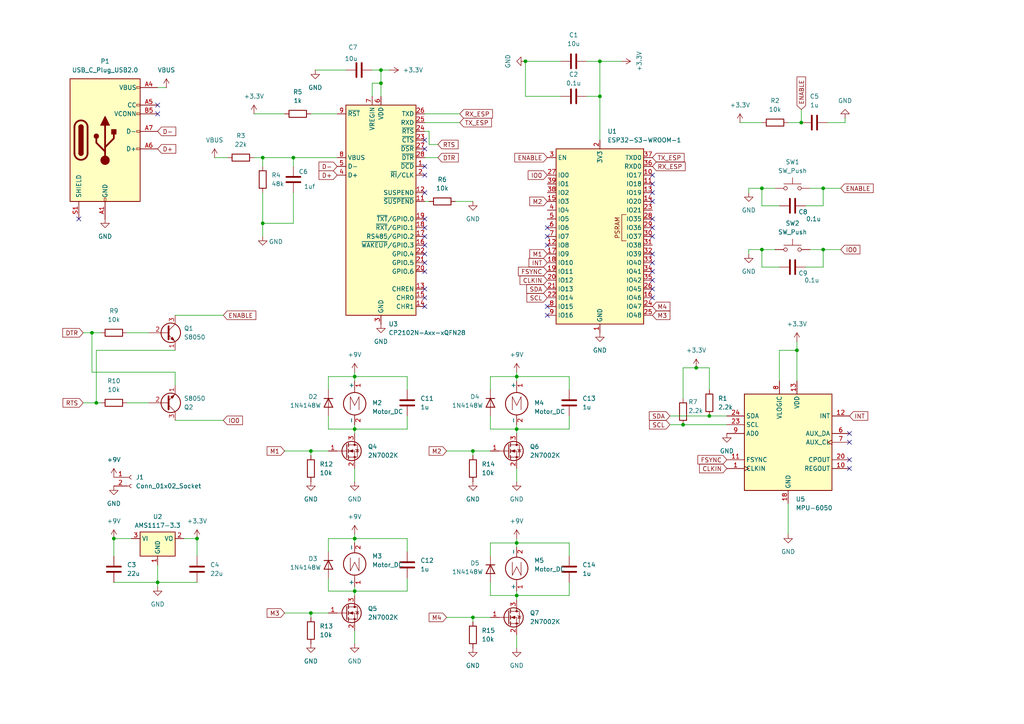
<source format=kicad_sch>
(kicad_sch (version 20231120) (generator "eeschema") (generator_version "8.0")
  (paper "A4")
  (title_block (title "\"Saucey\" Drone Flight Controller") (date "2024-07-07") (rev "1.0") (company "Al Mahir Ahmed"))
  (lib_symbols
    (symbol "Connector:Conn_01x02_Socket" (pin_names (offset 1.016) hide)
      (property "Reference" "J" (at 0 2.54 0))
      (property "Value" "Conn_01x02_Socket" (at 0 -5.08 0))
      (symbol "Conn_01x02_Socket_1_1"
        (pin passive line (at -5.08 0 0) (length 3.81) (name "Pin_1") (number "1"))
        (pin passive line (at -5.08 -2.54 0) (length 3.81) (name "Pin_2") (number "2"))
      )
    )
    (symbol "Connector:USB_C_Plug_USB2.0" (pin_names (offset 1.016))
      (property "Reference" "P" (at -10.16 19.05 0))
      (property "Value" "USB_C_Plug_USB2.0" (at 12.7 19.05 0))
      (symbol "USB_C_Plug_USB2.0_1_1"
        (pin passive line (at 0 -22.86 90) (length 5.08) (name "GND") (number "A1"))
        (pin passive line (at 0 -22.86 90) (length 5.08) hide (name "GND") (number "A12"))
        (pin passive line (at 15.24 15.24 180) (length 5.08) (name "VBUS") (number "A4"))
        (pin bidirectional line (at 15.24 10.16 180) (length 5.08) (name "CC") (number "A5"))
        (pin bidirectional line (at 15.24 -2.54 180) (length 5.08) (name "D+") (number "A6"))
        (pin bidirectional line (at 15.24 2.54 180) (length 5.08) (name "D-") (number "A7"))
        (pin passive line (at 15.24 15.24 180) (length 5.08) hide (name "VBUS") (number "A9"))
        (pin passive line (at 0 -22.86 90) (length 5.08) hide (name "GND") (number "B1"))
        (pin passive line (at 0 -22.86 90) (length 5.08) hide (name "GND") (number "B12"))
        (pin passive line (at 15.24 15.24 180) (length 5.08) hide (name "VBUS") (number "B4"))
        (pin bidirectional line (at 15.24 7.62 180) (length 5.08) (name "VCONN") (number "B5"))
        (pin passive line (at 15.24 15.24 180) (length 5.08) hide (name "VBUS") (number "B9"))
        (pin passive line (at -7.62 -22.86 90) (length 5.08) (name "SHIELD") (number "S1"))
      )
    )
    (symbol "Device:C" (pin_numbers hide) (pin_names (offset 0.254))
      (property "Reference" "C" (at 0.635 2.54 0))
      (property "Value" "C" (at 0.635 -2.54 0))
      (symbol "C_1_1"
        (pin passive line (at 0 3.81 270) (length 2.794) (name "~") (number "1"))
        (pin passive line (at 0 -3.81 90) (length 2.794) (name "~") (number "2"))
      )
    )
    (symbol "Device:R" (pin_numbers hide) (pin_names (offset 0))
      (property "Reference" "R" (at 2.032 0 90))
      (property "Value" "R" (at 0 0 90))
      (symbol "R_1_1"
        (pin passive line (at 0 3.81 270) (length 1.27) (name "~") (number "1"))
        (pin passive line (at 0 -3.81 90) (length 1.27) (name "~") (number "2"))
      )
    )
    (symbol "Diode:1N4148W" (pin_numbers hide) (pin_names hide)
      (property "Reference" "D" (at 0 2.54 0))
      (property "Value" "1N4148W" (at 0 -2.54 0))
      (symbol "1N4148W_1_1"
        (pin passive line (at -3.81 0 0) (length 2.54) (name "K") (number "1"))
        (pin passive line (at 3.81 0 180) (length 2.54) (name "A") (number "2"))
      )
    )
    (symbol "Interface_USB:CP2102N-Axx-xQFN28"
      (property "Reference" "U" (at -8.89 31.75 0))
      (property "Value" "CP2102N-Axx-xQFN28" (at 12.7 31.75 0))
      (symbol "CP2102N-Axx-xQFN28_1_1"
        (pin input line (at 12.7 12.7 180) (length 2.54) (name "~{DCD}") (number "1"))
        (pin no_connect line (at -10.16 -27.94 0) (length 2.54) hide (name "NC") (number "10"))
        (pin output line (at 12.7 2.54 180) (length 2.54) (name "~{SUSPEND}") (number "11"))
        (pin output line (at 12.7 5.08 180) (length 2.54) (name "SUSPEND") (number "12"))
        (pin output line (at 12.7 -22.86 180) (length 2.54) (name "CHREN") (number "13"))
        (pin output line (at 12.7 -27.94 180) (length 2.54) (name "CHR1") (number "14"))
        (pin output line (at 12.7 -25.4 180) (length 2.54) (name "CHR0") (number "15"))
        (pin bidirectional line (at 12.7 -10.16 180) (length 2.54) (name "~{WAKEUP}/GPIO.3") (number "16"))
        (pin bidirectional line (at 12.7 -7.62 180) (length 2.54) (name "RS485/GPIO.2") (number "17"))
        (pin bidirectional line (at 12.7 -5.08 180) (length 2.54) (name "~{RXT}/GPIO.1") (number "18"))
        (pin bidirectional line (at 12.7 -2.54 180) (length 2.54) (name "~{TXT}/GPIO.0") (number "19"))
        (pin bidirectional line (at 12.7 10.16 180) (length 2.54) (name "~{RI}/CLK") (number "2"))
        (pin bidirectional line (at 12.7 -17.78 180) (length 2.54) (name "GPIO.6") (number "20"))
        (pin bidirectional line (at 12.7 -15.24 180) (length 2.54) (name "GPIO.5") (number "21"))
        (pin bidirectional line (at 12.7 -12.7 180) (length 2.54) (name "GPIO.4") (number "22"))
        (pin input line (at 12.7 20.32 180) (length 2.54) (name "~{CTS}") (number "23"))
        (pin output line (at 12.7 22.86 180) (length 2.54) (name "~{RTS}") (number "24"))
        (pin input line (at 12.7 25.4 180) (length 2.54) (name "RXD") (number "25"))
        (pin output line (at 12.7 27.94 180) (length 2.54) (name "TXD") (number "26"))
        (pin input line (at 12.7 17.78 180) (length 2.54) (name "~{DSR}") (number "27"))
        (pin output line (at 12.7 15.24 180) (length 2.54) (name "~{DTR}") (number "28"))
        (pin passive line (at 0 -33.02 90) (length 2.54) hide (name "GND") (number "29"))
        (pin power_in line (at 0 -33.02 90) (length 2.54) (name "GND") (number "3"))
        (pin bidirectional line (at -12.7 10.16 0) (length 2.54) (name "D+") (number "4"))
        (pin bidirectional line (at -12.7 12.7 0) (length 2.54) (name "D-") (number "5"))
        (pin power_in line (at 0 33.02 270) (length 2.54) (name "VDD") (number "6"))
        (pin power_in line (at -2.54 33.02 270) (length 2.54) (name "VREGIN") (number "7"))
        (pin input line (at -12.7 15.24 0) (length 2.54) (name "VBUS") (number "8"))
        (pin input line (at -12.7 27.94 0) (length 2.54) (name "~{RST}") (number "9"))
      )
    )
    (symbol "Motor:Motor_DC" (pin_names (offset 0))
      (property "Reference" "M" (at 2.54 2.54 0))
      (property "Value" "Motor_DC" (at 2.54 -5.08 0))
      (symbol "Motor_DC_1_1"
        (pin passive line (at 0 5.08 270) (length 2.54) (name "+") (number "1"))
        (pin passive line (at 0 -7.62 90) (length 2.54) (name "-") (number "2"))
      )
    )
    (symbol "RF_Module:ESP32-S3-WROOM-1"
      (property "Reference" "U" (at -12.7 26.67 0))
      (property "Value" "ESP32-S3-WROOM-1" (at 12.7 26.67 0))
      (symbol "ESP32-S3-WROOM-1_0_0"
        (text "PSRAM" (at 5.08 2.54 900) (effects (font (size 1.27 1.27))))
      )
      (symbol "ESP32-S3-WROOM-1_1_1"
        (pin power_in line (at 0 -27.94 90) (length 2.54) (name "GND") (number "1"))
        (pin bidirectional line (at 15.24 17.78 180) (length 2.54) (name "IO17") (number "10"))
        (pin bidirectional line (at 15.24 15.24 180) (length 2.54) (name "IO18") (number "11"))
        (pin bidirectional line (at -15.24 -2.54 0) (length 2.54) (name "IO8") (number "12"))
        (pin bidirectional line (at 15.24 12.7 180) (length 2.54) (name "IO19") (number "13"))
        (pin bidirectional line (at 15.24 10.16 180) (length 2.54) (name "IO20") (number "14"))
        (pin bidirectional line (at -15.24 10.16 0) (length 2.54) (name "IO3") (number "15"))
        (pin bidirectional line (at 15.24 -17.78 180) (length 2.54) (name "IO46") (number "16"))
        (pin bidirectional line (at -15.24 -5.08 0) (length 2.54) (name "IO9") (number "17"))
        (pin bidirectional line (at -15.24 -7.62 0) (length 2.54) (name "IO10") (number "18"))
        (pin bidirectional line (at -15.24 -10.16 0) (length 2.54) (name "IO11") (number "19"))
        (pin power_in line (at 0 27.94 270) (length 2.54) (name "3V3") (number "2"))
        (pin bidirectional line (at -15.24 -12.7 0) (length 2.54) (name "IO12") (number "20"))
        (pin bidirectional line (at -15.24 -15.24 0) (length 2.54) (name "IO13") (number "21"))
        (pin bidirectional line (at -15.24 -17.78 0) (length 2.54) (name "IO14") (number "22"))
        (pin bidirectional line (at 15.24 7.62 180) (length 2.54) (name "IO21") (number "23"))
        (pin bidirectional line (at 15.24 -20.32 180) (length 2.54) (name "IO47") (number "24"))
        (pin bidirectional line (at 15.24 -22.86 180) (length 2.54) (name "IO48") (number "25"))
        (pin bidirectional line (at 15.24 -15.24 180) (length 2.54) (name "IO45") (number "26"))
        (pin bidirectional line (at -15.24 17.78 0) (length 2.54) (name "IO0") (number "27"))
        (pin bidirectional line (at 15.24 5.08 180) (length 2.54) (name "IO35") (number "28"))
        (pin bidirectional line (at 15.24 2.54 180) (length 2.54) (name "IO36") (number "29"))
        (pin input line (at -15.24 22.86 0) (length 2.54) (name "EN") (number "3"))
        (pin bidirectional line (at 15.24 0 180) (length 2.54) (name "IO37") (number "30"))
        (pin bidirectional line (at 15.24 -2.54 180) (length 2.54) (name "IO38") (number "31"))
        (pin bidirectional line (at 15.24 -5.08 180) (length 2.54) (name "IO39") (number "32"))
        (pin bidirectional line (at 15.24 -7.62 180) (length 2.54) (name "IO40") (number "33"))
        (pin bidirectional line (at 15.24 -10.16 180) (length 2.54) (name "IO41") (number "34"))
        (pin bidirectional line (at 15.24 -12.7 180) (length 2.54) (name "IO42") (number "35"))
        (pin bidirectional line (at 15.24 20.32 180) (length 2.54) (name "RXD0") (number "36"))
        (pin bidirectional line (at 15.24 22.86 180) (length 2.54) (name "TXD0") (number "37"))
        (pin bidirectional line (at -15.24 12.7 0) (length 2.54) (name "IO2") (number "38"))
        (pin bidirectional line (at -15.24 15.24 0) (length 2.54) (name "IO1") (number "39"))
        (pin bidirectional line (at -15.24 7.62 0) (length 2.54) (name "IO4") (number "4"))
        (pin passive line (at 0 -27.94 90) (length 2.54) hide (name "GND") (number "40"))
        (pin passive line (at 0 -27.94 90) (length 2.54) hide (name "GND") (number "41"))
        (pin bidirectional line (at -15.24 5.08 0) (length 2.54) (name "IO5") (number "5"))
        (pin bidirectional line (at -15.24 2.54 0) (length 2.54) (name "IO6") (number "6"))
        (pin bidirectional line (at -15.24 0 0) (length 2.54) (name "IO7") (number "7"))
        (pin bidirectional line (at -15.24 -20.32 0) (length 2.54) (name "IO15") (number "8"))
        (pin bidirectional line (at -15.24 -22.86 0) (length 2.54) (name "IO16") (number "9"))
      )
    )
    (symbol "Regulator_Linear:AMS1117-3.3"
      (property "Reference" "U" (at -3.81 3.175 0))
      (property "Value" "AMS1117-3.3" (at 0 3.175 0))
      (symbol "AMS1117-3.3_1_1"
        (pin power_in line (at 0 -7.62 90) (length 2.54) (name "GND") (number "1"))
        (pin power_out line (at 7.62 0 180) (length 2.54) (name "VO") (number "2"))
        (pin power_in line (at -7.62 0 0) (length 2.54) (name "VI") (number "3"))
      )
    )
    (symbol "Sensor_Motion:MPU-6050"
      (property "Reference" "U" (at -11.43 13.97 0))
      (property "Value" "MPU-6050" (at 7.62 -15.24 0))
      (symbol "MPU-6050_0_0"
        (text "" (at 12.7 -2.54 0) (effects (font (size 1.27 1.27))))
      )
      (symbol "MPU-6050_1_1"
        (pin input clock (at -17.78 -7.62 0) (length 5.08) (name "CLKIN") (number "1"))
        (pin passive line (at 17.78 -7.62 180) (length 5.08) (name "REGOUT") (number "10"))
        (pin input line (at -17.78 -5.08 0) (length 5.08) (name "FSYNC") (number "11"))
        (pin output line (at 17.78 7.62 180) (length 5.08) (name "INT") (number "12"))
        (pin power_in line (at 2.54 17.78 270) (length 3.81) (name "VDD") (number "13"))
        (pin no_connect line (at -12.7 -10.16 0) (length 2.54) hide (name "NC") (number "14"))
        (pin no_connect line (at 12.7 12.7 180) (length 2.54) hide (name "NC") (number "15"))
        (pin no_connect line (at 12.7 10.16 180) (length 2.54) hide (name "NC") (number "16"))
        (pin no_connect line (at 12.7 5.08 180) (length 2.54) hide (name "NC") (number "17"))
        (pin power_in line (at 0 -17.78 90) (length 3.81) (name "GND") (number "18"))
        (pin no_connect line (at 12.7 -10.16 180) (length 2.54) hide (name "RESV") (number "19"))
        (pin no_connect line (at -12.7 12.7 0) (length 2.54) hide (name "NC") (number "2"))
        (pin passive line (at 17.78 -5.08 180) (length 5.08) (name "CPOUT") (number "20"))
        (pin no_connect line (at 12.7 -2.54 180) (length 2.54) hide (name "RESV") (number "21"))
        (pin no_connect line (at 12.7 -12.7 180) (length 2.54) hide (name "RESV") (number "22"))
        (pin input line (at -17.78 5.08 0) (length 5.08) (name "SCL") (number "23"))
        (pin bidirectional line (at -17.78 7.62 0) (length 5.08) (name "SDA") (number "24"))
        (pin no_connect line (at -12.7 10.16 0) (length 2.54) hide (name "NC") (number "3"))
        (pin no_connect line (at -12.7 0 0) (length 2.54) hide (name "NC") (number "4"))
        (pin no_connect line (at -12.7 -2.54 0) (length 2.54) hide (name "NC") (number "5"))
        (pin bidirectional line (at 17.78 2.54 180) (length 5.08) (name "AUX_DA") (number "6"))
        (pin output clock (at 17.78 0 180) (length 5.08) (name "AUX_CL") (number "7"))
        (pin power_in line (at -2.54 17.78 270) (length 3.81) (name "VLOGIC") (number "8"))
        (pin input line (at -17.78 2.54 0) (length 5.08) (name "AD0") (number "9"))
      )
    )
    (symbol "Switch:SW_Push" (pin_numbers hide) (pin_names (offset 1.016) hide)
      (property "Reference" "SW" (at 1.27 2.54 0))
      (property "Value" "SW_Push" (at 0 -1.524 0))
      (symbol "SW_Push_0_1"
        (pin passive line (at -5.08 0 0) (length 2.54) (name "1") (number "1"))
        (pin passive line (at 5.08 0 180) (length 2.54) (name "2") (number "2"))
      )
    )
    (symbol "Transistor_BJT:S8050" (pin_names (offset 0) hide)
      (property "Reference" "Q" (at 5.08 1.905 0))
      (property "Value" "S8050" (at 5.08 0 0))
      (symbol "S8050_1_1"
        (pin passive line (at 2.54 -5.08 90) (length 2.54) (name "E") (number "1"))
        (pin input line (at -5.08 0 0) (length 5.08) (name "B") (number "2"))
        (pin passive line (at 2.54 5.08 270) (length 2.54) (name "C") (number "3"))
      )
    )
    (symbol "Transistor_FET:2N7002K" (pin_names hide)
      (property "Reference" "Q" (at 5.08 1.905 0))
      (property "Value" "2N7002K" (at 5.08 0 0))
      (symbol "2N7002K_1_1"
        (pin input line (at -5.08 0 0) (length 2.54) (name "G") (number "1"))
        (pin passive line (at 2.54 -5.08 90) (length 2.54) (name "S") (number "2"))
        (pin passive line (at 2.54 5.08 270) (length 2.54) (name "D") (number "3"))
      )
    )
    (symbol "power:+3.3V" (power) (pin_numbers hide) (pin_names (offset 0) hide)
      (property "Value" "+3.3V" (at 0 3.556 0))
      (symbol "+3.3V_1_1"
        (pin power_in line (at 0 0 90) (length 0) (name "~") (number "1"))
      )
    )
    (symbol "power:+9V" (power) (pin_numbers hide) (pin_names (offset 0) hide)
      (property "Value" "+9V" (at 0 3.556 0))
      (symbol "+9V_1_1"
        (pin power_in line (at 0 0 90) (length 0) (name "~") (number "1"))
      )
    )
    (symbol "power:GND" (power) (pin_numbers hide) (pin_names (offset 0) hide)
      (property "Value" "GND" (at 0 -3.81 0))
      (symbol "GND_1_1"
        (pin power_in line (at 0 0 270) (length 0) (name "~") (number "1"))
      )
    )
    (symbol "power:VBUS" (power) (pin_numbers hide) (pin_names (offset 0) hide)
      (property "Value" "VBUS" (at 0 3.556 0))
      (symbol "VBUS_1_1"
        (pin power_in line (at 0 0 90) (length 0) (name "~") (number "1"))
      )
    )
  )
  (junction (at 102.87 124.46))
  (junction (at 238.76 54.61))
  (junction (at 238.76 72.39))
  (junction (at 149.86 109.22))
  (junction (at 201.93 106.68))
  (junction (at 27.94 116.84))
  (junction (at 173.99 27.94))
  (junction (at 137.16 130.81))
  (junction (at 173.99 17.78))
  (junction (at 152.4 17.78))
  (junction (at 110.49 24.13))
  (junction (at 57.15 156.21))
  (junction (at 90.17 177.8))
  (junction (at 85.09 45.72))
  (junction (at 220.98 54.61))
  (junction (at 137.16 179.07))
  (junction (at 198.12 123.19))
  (junction (at 33.02 156.21))
  (junction (at 149.86 157.48))
  (junction (at 232.41 35.56))
  (junction (at 102.87 171.45))
  (junction (at 220.98 72.39))
  (junction (at 149.86 124.46))
  (junction (at 205.74 120.65))
  (junction (at 102.87 156.21))
  (junction (at 76.2 45.72))
  (junction (at 110.49 20.32))
  (junction (at 26.67 96.52))
  (junction (at 90.17 130.81))
  (junction (at 102.87 109.22))
  (junction (at 149.86 172.72))
  (junction (at 231.14 101.6))
  (junction (at 76.2 64.77))
  (junction (at 45.72 168.91))
  (no_connect (at 189.23 55.88))
  (no_connect (at 45.72 30.48))
  (no_connect (at 189.23 76.2))
  (no_connect (at 246.38 135.89))
  (no_connect (at 123.19 78.74))
  (no_connect (at 123.19 76.2))
  (no_connect (at 189.23 63.5))
  (no_connect (at 189.23 66.04))
  (no_connect (at 189.23 68.58))
  (no_connect (at 189.23 81.28))
  (no_connect (at 246.38 133.35))
  (no_connect (at 246.38 125.73))
  (no_connect (at 123.19 83.82))
  (no_connect (at 158.75 88.9))
  (no_connect (at 123.19 48.26))
  (no_connect (at 123.19 40.64))
  (no_connect (at 246.38 128.27))
  (no_connect (at 158.75 66.04))
  (no_connect (at 189.23 53.34))
  (no_connect (at 189.23 86.36))
  (no_connect (at 123.19 50.8))
  (no_connect (at 189.23 78.74))
  (no_connect (at 189.23 58.42))
  (no_connect (at 189.23 73.66))
  (no_connect (at 158.75 91.44))
  (no_connect (at 45.72 33.02))
  (no_connect (at 158.75 71.12))
  (no_connect (at 189.23 50.8))
  (no_connect (at 123.19 63.5))
  (no_connect (at 158.75 68.58))
  (no_connect (at 123.19 73.66))
  (no_connect (at 22.86 63.5))
  (no_connect (at 123.19 71.12))
  (no_connect (at 189.23 83.82))
  (no_connect (at 123.19 55.88))
  (no_connect (at 123.19 66.04))
  (no_connect (at 123.19 43.18))
  (no_connect (at 123.19 68.58))
  (no_connect (at 123.19 88.9))
  (no_connect (at 123.19 86.36))
  (wire (pts (xy 95.25 156.21) (xy 102.87 156.21)))
  (wire (pts (xy 165.1 161.29) (xy 165.1 157.48)))
  (wire (pts (xy 238.76 54.61) (xy 243.84 54.61)))
  (wire (pts (xy 231.14 101.6) (xy 231.14 110.49)))
  (wire (pts (xy 102.87 123.19) (xy 102.87 124.46)))
  (wire (pts (xy 233.68 77.47) (xy 238.76 77.47)))
  (wire (pts (xy 26.67 96.52) (xy 29.21 96.52)))
  (wire (pts (xy 124.46 58.42) (xy 123.19 58.42)))
  (wire (pts (xy 76.2 45.72) (xy 85.09 45.72)))
  (wire (pts (xy 124.46 41.91) (xy 124.46 38.1)))
  (wire (pts (xy 76.2 64.77) (xy 76.2 68.58)))
  (wire (pts (xy 118.11 109.22) (xy 102.87 109.22)))
  (wire (pts (xy 165.1 172.72) (xy 149.86 172.72)))
  (wire (pts (xy 36.83 116.84) (xy 43.18 116.84)))
  (wire (pts (xy 149.86 157.48) (xy 149.86 156.21)))
  (wire (pts (xy 102.87 109.22) (xy 102.87 110.49)))
  (wire (pts (xy 124.46 41.91) (xy 127 41.91)))
  (wire (pts (xy 82.55 177.8) (xy 90.17 177.8)))
  (wire (pts (xy 76.2 55.88) (xy 76.2 64.77)))
  (wire (pts (xy 24.13 96.52) (xy 26.67 96.52)))
  (wire (pts (xy 124.46 38.1) (xy 123.19 38.1)))
  (wire (pts (xy 110.49 20.32) (xy 113.03 20.32)))
  (wire (pts (xy 26.67 107.95) (xy 26.67 96.52)))
  (wire (pts (xy 118.11 171.45) (xy 102.87 171.45)))
  (wire (pts (xy 205.74 106.68) (xy 201.93 106.68)))
  (wire (pts (xy 82.55 130.81) (xy 90.17 130.81)))
  (wire (pts (xy 90.17 179.07) (xy 90.17 177.8)))
  (wire (pts (xy 173.99 27.94) (xy 173.99 17.78)))
  (wire (pts (xy 123.19 33.02) (xy 133.35 33.02)))
  (wire (pts (xy 198.12 106.68) (xy 201.93 106.68)))
  (wire (pts (xy 149.86 123.19) (xy 149.86 124.46)))
  (wire (pts (xy 162.56 27.94) (xy 152.4 27.94)))
  (wire (pts (xy 132.08 58.42) (xy 137.16 58.42)))
  (wire (pts (xy 118.11 156.21) (xy 102.87 156.21)))
  (wire (pts (xy 142.24 109.22) (xy 149.86 109.22)))
  (wire (pts (xy 180.34 17.78) (xy 173.99 17.78)))
  (wire (pts (xy 90.17 177.8) (xy 95.25 177.8)))
  (wire (pts (xy 228.6 146.05) (xy 228.6 154.94)))
  (wire (pts (xy 102.87 135.89) (xy 102.87 139.7)))
  (wire (pts (xy 90.17 130.81) (xy 95.25 130.81)))
  (wire (pts (xy 231.14 99.06) (xy 231.14 101.6)))
  (wire (pts (xy 226.06 59.69) (xy 220.98 59.69)))
  (wire (pts (xy 95.25 113.03) (xy 95.25 109.22)))
  (wire (pts (xy 220.98 72.39) (xy 224.79 72.39)))
  (wire (pts (xy 165.1 113.03) (xy 165.1 109.22)))
  (wire (pts (xy 76.2 64.77) (xy 85.09 64.77)))
  (wire (pts (xy 142.24 168.91) (xy 142.24 172.72)))
  (wire (pts (xy 76.2 45.72) (xy 76.2 48.26)))
  (wire (pts (xy 110.49 20.32) (xy 110.49 24.13)))
  (wire (pts (xy 50.8 111.76) (xy 50.8 107.95)))
  (wire (pts (xy 238.76 72.39) (xy 243.84 72.39)))
  (wire (pts (xy 226.06 77.47) (xy 220.98 77.47)))
  (wire (pts (xy 149.86 109.22) (xy 149.86 110.49)))
  (wire (pts (xy 50.8 121.92) (xy 64.77 121.92)))
  (wire (pts (xy 173.99 27.94) (xy 173.99 40.64)))
  (wire (pts (xy 45.72 163.83) (xy 45.72 168.91)))
  (wire (pts (xy 129.54 130.81) (xy 137.16 130.81)))
  (wire (pts (xy 245.11 35.56) (xy 245.11 34.29)))
  (wire (pts (xy 137.16 179.07) (xy 142.24 179.07)))
  (wire (pts (xy 152.4 27.94) (xy 152.4 17.78)))
  (wire (pts (xy 123.19 45.72) (xy 127 45.72)))
  (wire (pts (xy 45.72 168.91) (xy 57.15 168.91)))
  (wire (pts (xy 152.4 17.78) (xy 162.56 17.78)))
  (wire (pts (xy 95.25 160.02) (xy 95.25 156.21)))
  (wire (pts (xy 198.12 115.57) (xy 198.12 106.68)))
  (wire (pts (xy 194.31 123.19) (xy 198.12 123.19)))
  (wire (pts (xy 33.02 168.91) (xy 45.72 168.91)))
  (wire (pts (xy 165.1 124.46) (xy 149.86 124.46)))
  (wire (pts (xy 102.87 154.94) (xy 102.87 156.21)))
  (wire (pts (xy 73.66 45.72) (xy 76.2 45.72)))
  (wire (pts (xy 90.17 33.02) (xy 97.79 33.02)))
  (wire (pts (xy 149.86 107.95) (xy 149.86 109.22)))
  (wire (pts (xy 205.74 120.65) (xy 210.82 120.65)))
  (wire (pts (xy 50.8 107.95) (xy 26.67 107.95)))
  (wire (pts (xy 129.54 179.07) (xy 137.16 179.07)))
  (wire (pts (xy 45.72 168.91) (xy 45.72 170.18)))
  (wire (pts (xy 102.87 107.95) (xy 102.87 109.22)))
  (wire (pts (xy 217.17 55.88) (xy 217.17 54.61)))
  (wire (pts (xy 165.1 120.65) (xy 165.1 124.46)))
  (wire (pts (xy 149.86 172.72) (xy 149.86 173.99)))
  (wire (pts (xy 137.16 132.08) (xy 137.16 130.81)))
  (wire (pts (xy 107.95 20.32) (xy 110.49 20.32)))
  (wire (pts (xy 226.06 101.6) (xy 231.14 101.6)))
  (wire (pts (xy 95.25 124.46) (xy 102.87 124.46)))
  (wire (pts (xy 107.95 24.13) (xy 110.49 24.13)))
  (wire (pts (xy 142.24 161.29) (xy 142.24 157.48)))
  (wire (pts (xy 149.86 124.46) (xy 149.86 125.73)))
  (wire (pts (xy 123.19 35.56) (xy 133.35 35.56)))
  (wire (pts (xy 232.41 35.56) (xy 232.41 31.75)))
  (wire (pts (xy 238.76 72.39) (xy 238.76 77.47)))
  (wire (pts (xy 217.17 73.66) (xy 217.17 72.39)))
  (wire (pts (xy 198.12 123.19) (xy 210.82 123.19)))
  (wire (pts (xy 73.66 33.02) (xy 82.55 33.02)))
  (wire (pts (xy 220.98 59.69) (xy 220.98 54.61)))
  (wire (pts (xy 194.31 120.65) (xy 205.74 120.65)))
  (wire (pts (xy 33.02 156.21) (xy 38.1 156.21)))
  (wire (pts (xy 107.95 27.94) (xy 107.95 24.13)))
  (wire (pts (xy 205.74 113.03) (xy 205.74 106.68)))
  (wire (pts (xy 142.24 124.46) (xy 149.86 124.46)))
  (wire (pts (xy 142.24 172.72) (xy 149.86 172.72)))
  (wire (pts (xy 85.09 64.77) (xy 85.09 55.88)))
  (wire (pts (xy 238.76 54.61) (xy 238.76 59.69)))
  (wire (pts (xy 217.17 54.61) (xy 220.98 54.61)))
  (wire (pts (xy 102.87 170.18) (xy 102.87 171.45)))
  (wire (pts (xy 217.17 72.39) (xy 220.98 72.39)))
  (wire (pts (xy 102.87 182.88) (xy 102.87 186.69)))
  (wire (pts (xy 238.76 72.39) (xy 234.95 72.39)))
  (wire (pts (xy 85.09 45.72) (xy 97.79 45.72)))
  (wire (pts (xy 45.72 25.4) (xy 48.26 25.4)))
  (wire (pts (xy 27.94 116.84) (xy 29.21 116.84)))
  (wire (pts (xy 102.87 171.45) (xy 102.87 172.72)))
  (wire (pts (xy 137.16 180.34) (xy 137.16 179.07)))
  (wire (pts (xy 149.86 135.89) (xy 149.86 139.7)))
  (wire (pts (xy 91.44 20.32) (xy 100.33 20.32)))
  (wire (pts (xy 149.86 171.45) (xy 149.86 172.72)))
  (wire (pts (xy 33.02 156.21) (xy 33.02 161.29)))
  (wire (pts (xy 149.86 157.48) (xy 149.86 158.75)))
  (wire (pts (xy 165.1 157.48) (xy 149.86 157.48)))
  (wire (pts (xy 85.09 45.72) (xy 85.09 48.26)))
  (wire (pts (xy 102.87 124.46) (xy 102.87 125.73)))
  (wire (pts (xy 142.24 157.48) (xy 149.86 157.48)))
  (wire (pts (xy 90.17 132.08) (xy 90.17 130.81)))
  (wire (pts (xy 165.1 168.91) (xy 165.1 172.72)))
  (wire (pts (xy 50.8 91.44) (xy 64.77 91.44)))
  (wire (pts (xy 53.34 156.21) (xy 57.15 156.21)))
  (wire (pts (xy 95.25 171.45) (xy 102.87 171.45)))
  (wire (pts (xy 24.13 116.84) (xy 27.94 116.84)))
  (wire (pts (xy 118.11 167.64) (xy 118.11 171.45)))
  (wire (pts (xy 95.25 109.22) (xy 102.87 109.22)))
  (wire (pts (xy 238.76 54.61) (xy 234.95 54.61)))
  (wire (pts (xy 165.1 109.22) (xy 149.86 109.22)))
  (wire (pts (xy 50.8 101.6) (xy 27.94 101.6)))
  (wire (pts (xy 118.11 124.46) (xy 102.87 124.46)))
  (wire (pts (xy 149.86 184.15) (xy 149.86 187.96)))
  (wire (pts (xy 233.68 59.69) (xy 238.76 59.69)))
  (wire (pts (xy 214.63 35.56) (xy 220.98 35.56)))
  (wire (pts (xy 220.98 77.47) (xy 220.98 72.39)))
  (wire (pts (xy 57.15 156.21) (xy 57.15 161.29)))
  (wire (pts (xy 142.24 120.65) (xy 142.24 124.46)))
  (wire (pts (xy 62.23 45.72) (xy 66.04 45.72)))
  (wire (pts (xy 142.24 113.03) (xy 142.24 109.22)))
  (wire (pts (xy 95.25 167.64) (xy 95.25 171.45)))
  (wire (pts (xy 226.06 101.6) (xy 226.06 110.49)))
  (wire (pts (xy 170.18 27.94) (xy 173.99 27.94)))
  (wire (pts (xy 232.41 35.56) (xy 228.6 35.56)))
  (wire (pts (xy 36.83 96.52) (xy 43.18 96.52)))
  (wire (pts (xy 95.25 120.65) (xy 95.25 124.46)))
  (wire (pts (xy 240.03 35.56) (xy 245.11 35.56)))
  (wire (pts (xy 27.94 101.6) (xy 27.94 116.84)))
  (wire (pts (xy 118.11 113.03) (xy 118.11 109.22)))
  (wire (pts (xy 118.11 120.65) (xy 118.11 124.46)))
  (wire (pts (xy 173.99 17.78) (xy 170.18 17.78)))
  (wire (pts (xy 102.87 156.21) (xy 102.87 157.48)))
  (wire (pts (xy 137.16 130.81) (xy 142.24 130.81)))
  (wire (pts (xy 220.98 54.61) (xy 224.79 54.61)))
  (wire (pts (xy 110.49 24.13) (xy 110.49 27.94)))
  (wire (pts (xy 118.11 160.02) (xy 118.11 156.21)))
  (global_label "TX_ESP" (shape input) (at 189.23 45.72 0) (property "Intersheetrefs" "${INTERSHEET_REFS}" (effects (hide yes))))
  (global_label "RTS" (shape input) (at 127 41.91 0) (property "Intersheetrefs" "${INTERSHEET_REFS}" (effects (hide yes))))
  (global_label "IO0" (shape input) (at 243.84 72.39 0) (property "Intersheetrefs" "${INTERSHEET_REFS}" (effects (hide yes))))
  (global_label "M4" (shape input) (at 129.54 179.07 180) (property "Intersheetrefs" "${INTERSHEET_REFS}" (effects (hide yes))))
  (global_label "D-" (shape input) (at 45.72 38.1 0) (property "Intersheetrefs" "${INTERSHEET_REFS}" (effects (hide yes))))
  (global_label "SCL" (shape input) (at 158.75 86.36 180) (property "Intersheetrefs" "${INTERSHEET_REFS}" (effects (hide yes))))
  (global_label "INT" (shape input) (at 246.38 120.65 0) (property "Intersheetrefs" "${INTERSHEET_REFS}" (effects (hide yes))))
  (global_label "ENABLE" (shape input) (at 64.77 91.44 0) (property "Intersheetrefs" "${INTERSHEET_REFS}" (effects (hide yes))))
  (global_label "D-" (shape input) (at 97.79 48.26 180) (property "Intersheetrefs" "${INTERSHEET_REFS}" (effects (hide yes))))
  (global_label "M3" (shape input) (at 189.23 91.44 0) (property "Intersheetrefs" "${INTERSHEET_REFS}" (effects (hide yes))))
  (global_label "M3" (shape input) (at 82.55 177.8 180) (property "Intersheetrefs" "${INTERSHEET_REFS}" (effects (hide yes))))
  (global_label "DTR" (shape input) (at 24.13 96.52 180) (property "Intersheetrefs" "${INTERSHEET_REFS}" (effects (hide yes))))
  (global_label "M1" (shape input) (at 82.55 130.81 180) (property "Intersheetrefs" "${INTERSHEET_REFS}" (effects (hide yes))))
  (global_label "INT" (shape input) (at 158.75 76.2 180) (property "Intersheetrefs" "${INTERSHEET_REFS}" (effects (hide yes))))
  (global_label "IO0" (shape input) (at 158.75 50.8 180) (property "Intersheetrefs" "${INTERSHEET_REFS}" (effects (hide yes))))
  (global_label "DTR" (shape input) (at 127 45.72 0) (property "Intersheetrefs" "${INTERSHEET_REFS}" (effects (hide yes))))
  (global_label "M4" (shape input) (at 189.23 88.9 0) (property "Intersheetrefs" "${INTERSHEET_REFS}" (effects (hide yes))))
  (global_label "RTS" (shape input) (at 24.13 116.84 180) (property "Intersheetrefs" "${INTERSHEET_REFS}" (effects (hide yes))))
  (global_label "M2" (shape input) (at 129.54 130.81 180) (property "Intersheetrefs" "${INTERSHEET_REFS}" (effects (hide yes))))
  (global_label "CLKIN" (shape input) (at 210.82 135.89 180) (property "Intersheetrefs" "${INTERSHEET_REFS}" (effects (hide yes))))
  (global_label "FSYNC" (shape input) (at 158.75 78.74 180) (property "Intersheetrefs" "${INTERSHEET_REFS}" (effects (hide yes))))
  (global_label "M2" (shape input) (at 158.75 58.42 180) (property "Intersheetrefs" "${INTERSHEET_REFS}" (effects (hide yes))))
  (global_label "D+" (shape input) (at 45.72 43.18 0) (property "Intersheetrefs" "${INTERSHEET_REFS}" (effects (hide yes))))
  (global_label "SDA" (shape input) (at 194.31 120.65 180) (property "Intersheetrefs" "${INTERSHEET_REFS}" (effects (hide yes))))
  (global_label "RX_ESP" (shape input) (at 133.35 33.02 0) (property "Intersheetrefs" "${INTERSHEET_REFS}" (effects (hide yes))))
  (global_label "ENABLE" (shape input) (at 243.84 54.61 0) (property "Intersheetrefs" "${INTERSHEET_REFS}" (effects (hide yes))))
  (global_label "CLKIN" (shape input) (at 158.75 81.28 180) (property "Intersheetrefs" "${INTERSHEET_REFS}" (effects (hide yes))))
  (global_label "M1" (shape input) (at 158.75 73.66 180) (property "Intersheetrefs" "${INTERSHEET_REFS}" (effects (hide yes))))
  (global_label "FSYNC" (shape input) (at 210.82 133.35 180) (property "Intersheetrefs" "${INTERSHEET_REFS}" (effects (hide yes))))
  (global_label "D+" (shape input) (at 97.79 50.8 180) (property "Intersheetrefs" "${INTERSHEET_REFS}" (effects (hide yes))))
  (global_label "TX_ESP" (shape input) (at 133.35 35.56 0) (property "Intersheetrefs" "${INTERSHEET_REFS}" (effects (hide yes))))
  (global_label "SCL" (shape input) (at 194.31 123.19 180) (property "Intersheetrefs" "${INTERSHEET_REFS}" (effects (hide yes))))
  (global_label "RX_ESP" (shape input) (at 189.23 48.26 0) (property "Intersheetrefs" "${INTERSHEET_REFS}" (effects (hide yes))))
  (global_label "SDA" (shape input) (at 158.75 83.82 180) (property "Intersheetrefs" "${INTERSHEET_REFS}" (effects (hide yes))))
  (global_label "ENABLE" (shape input) (at 232.41 31.75 90) (property "Intersheetrefs" "${INTERSHEET_REFS}" (effects (hide yes))))
  (global_label "IO0" (shape input) (at 64.77 121.92 0) (property "Intersheetrefs" "${INTERSHEET_REFS}" (effects (hide yes))))
  (global_label "ENABLE" (shape input) (at 158.75 45.72 180) (property "Intersheetrefs" "${INTERSHEET_REFS}" (effects (hide yes))))
  (symbol (lib_id "Device:C") (at 33.02 165.1 0) (unit 1)
    (property "Reference" "C3" (at 36.83 163.8299 0) (effects (justify left)))
    (property "Value" "22u" (at 36.83 166.3699 0) (effects (justify left)))
    (property "Footprint" "Capacitor_SMD:C_1210_3225Metric" (effects (hide yes)))
    (property "Description" "Unpolarized capacitor" (effects (hide yes)))
  )
  (symbol (lib_id "power:GND") (at 137.16 58.42 0) (unit 1)
    (property "Reference" "#PWR012" (effects (hide yes)))
    (property "Value" "GND" (at 137.16 63.5 0))
    (property "Description" "Power symbol creates a global label with name \"GND\" , ground" (effects (hide yes)))
  )
  (symbol (lib_id "Device:C") (at 118.11 163.83 0) (unit 1)
    (property "Reference" "C12" (at 121.92 162.5599 0) (effects (justify left)))
    (property "Value" "1u" (at 121.92 165.0999 0) (effects (justify left)))
    (property "Footprint" "Capacitor_SMD:C_0402_1005Metric" (effects (hide yes)))
    (property "Description" "Unpolarized capacitor" (effects (hide yes)))
  )
  (symbol (lib_id "power:+3.3V") (at 214.63 35.56 0) (unit 1)
    (property "Reference" "#PWR021" (effects (hide yes)))
    (property "Value" "+3.3V" (at 214.63 30.48 0))
    (property "Description" "Power symbol creates a global label with name \"+3.3V\"" (effects (hide yes)))
  )
  (symbol (lib_id "power:+3.3V") (at 113.03 20.32 270) (unit 1)
    (property "Reference" "#PWR013" (effects (hide yes)))
    (property "Value" "+3.3V" (at 116.84 20.3199 90) (effects (justify left)))
    (property "Description" "Power symbol creates a global label with name \"+3.3V\"" (effects (hide yes)))
  )
  (symbol (lib_id "Device:C") (at 166.37 27.94 270) (unit 1)
    (property "Reference" "C2" (at 166.37 21.59 90))
    (property "Value" "0.1u" (at 166.37 24.13 90))
    (property "Footprint" "Capacitor_SMD:C_0603_1608Metric" (effects (hide yes)))
    (property "Description" "Unpolarized capacitor" (effects (hide yes)))
  )
  (symbol (lib_id "power:+9V") (at 149.86 107.95 0) (unit 1)
    (property "Reference" "#PWR031" (effects (hide yes)))
    (property "Value" "+9V" (at 149.86 102.87 0))
    (property "Description" "Power symbol creates a global label with name \"+9V\"" (effects (hide yes)))
  )
  (symbol (lib_id "Device:C") (at 118.11 116.84 0) (unit 1)
    (property "Reference" "C11" (at 121.92 115.5699 0) (effects (justify left)))
    (property "Value" "1u" (at 121.92 118.1099 0) (effects (justify left)))
    (property "Footprint" "Capacitor_SMD:C_0402_1005Metric" (effects (hide yes)))
    (property "Description" "Unpolarized capacitor" (effects (hide yes)))
  )
  (symbol (lib_id "power:GND") (at 217.17 55.88 0) (unit 1)
    (property "Reference" "#PWR017" (effects (hide yes)))
    (property "Value" "GND" (at 217.17 60.96 0))
    (property "Description" "Power symbol creates a global label with name \"GND\" , ground" (effects (hide yes)))
  )
  (symbol (lib_id "Device:R") (at 90.17 135.89 180) (unit 1)
    (property "Reference" "R12" (at 92.71 134.6199 0) (effects (justify right)))
    (property "Value" "10k" (at 92.71 137.1599 0) (effects (justify right)))
    (property "Footprint" "Resistor_SMD:R_0805_2012Metric" (effects (hide yes)))
    (property "Description" "Resistor" (effects (hide yes)))
  )
  (symbol (lib_id "power:GND") (at 102.87 139.7 0) (unit 1)
    (property "Reference" "#PWR026" (effects (hide yes)))
    (property "Value" "GND" (at 102.87 144.78 0))
    (property "Description" "Power symbol creates a global label with name \"GND\" , ground" (effects (hide yes)))
  )
  (symbol (lib_id "power:+9V") (at 149.86 156.21 0) (unit 1)
    (property "Reference" "#PWR034" (effects (hide yes)))
    (property "Value" "+9V" (at 149.86 151.13 0))
    (property "Description" "Power symbol creates a global label with name \"+9V\"" (effects (hide yes)))
  )
  (symbol (lib_id "Motor:Motor_DC") (at 149.86 115.57 0) (unit 1)
    (property "Reference" "M4" (at 154.94 116.8399 0) (effects (justify left)))
    (property "Value" "Motor_DC" (at 154.94 119.3799 0) (effects (justify left)))
    (property "Footprint" "Connector_JST:JST_EH_S2B-EH_1x02_P2.50mm_Horizontal" (effects (hide yes)))
    (property "Description" "DC Motor" (effects (hide yes)))
  )
  (symbol (lib_id "power:VBUS") (at 48.26 25.4 0) (unit 1)
    (property "Reference" "#PWR07" (effects (hide yes)))
    (property "Value" "VBUS" (at 48.26 20.32 0))
    (property "Description" "Power symbol creates a global label with name \"VBUS\"" (effects (hide yes)))
  )
  (symbol (lib_id "power:GND") (at 30.48 63.5 0) (unit 1)
    (property "Reference" "#PWR08" (effects (hide yes)))
    (property "Value" "GND" (at 30.48 68.58 0))
    (property "Description" "Power symbol creates a global label with name \"GND\" , ground" (effects (hide yes)))
  )
  (symbol (lib_id "power:GND") (at 152.4 17.78 270) (unit 1)
    (property "Reference" "#PWR02" (effects (hide yes)))
    (property "Value" "GND" (at 147.32 17.78 0))
    (property "Description" "Power symbol creates a global label with name \"GND\" , ground" (effects (hide yes)))
  )
  (symbol (lib_id "Device:C") (at 165.1 165.1 0) (unit 1)
    (property "Reference" "C14" (at 168.91 163.8299 0) (effects (justify left)))
    (property "Value" "1u" (at 168.91 166.3699 0) (effects (justify left)))
    (property "Footprint" "Capacitor_SMD:C_0402_1005Metric" (effects (hide yes)))
    (property "Description" "Unpolarized capacitor" (effects (hide yes)))
  )
  (symbol (lib_id "Transistor_FET:2N7002K") (at 147.32 179.07 0) (unit 1)
    (property "Reference" "Q7" (at 153.67 177.7999 0) (effects (justify left)))
    (property "Value" "2N7002K" (at 153.67 180.3399 0) (effects (justify left)))
    (property "Footprint" "Package_TO_SOT_SMD:SOT-23" (effects (hide yes)))
    (property "Datasheet" "https://www.diodes.com/assets/Datasheets/ds30896.pdf" (effects (hide yes)))
    (property "Description" "0.38A Id, 60V Vds, N-Channel MOSFET, SOT-23" (effects (hide yes)))
  )
  (symbol (lib_id "Transistor_BJT:S8050") (at 48.26 116.84 0) (mirror x) (unit 1)
    (property "Reference" "Q2" (at 53.34 118.1101 0) (effects (justify left)))
    (property "Value" "S8050" (at 53.34 115.5701 0) (effects (justify left)))
    (property "Footprint" "Package_TO_SOT_THT:TO-92_Inline" (effects (hide yes)))
    (property "Datasheet" "http://www.unisonic.com.tw/datasheet/S8050.pdf" (effects (hide yes)))
    (property "Description" "0.7A Ic, 20V Vce, Low Voltage High Current NPN Transistor, TO-92" (effects (hide yes)))
  )
  (symbol (lib_id "power:+3.3V") (at 57.15 156.21 0) (unit 1)
    (property "Reference" "#PWR04" (effects (hide yes)))
    (property "Value" "+3.3V" (at 57.15 151.13 0))
    (property "Description" "Power symbol creates a global label with name \"+3.3V\"" (effects (hide yes)))
  )
  (symbol (lib_id "Device:R") (at 90.17 182.88 180) (unit 1)
    (property "Reference" "R13" (at 92.71 181.6099 0) (effects (justify right)))
    (property "Value" "10k" (at 92.71 184.1499 0) (effects (justify right)))
    (property "Footprint" "Resistor_SMD:R_0805_2012Metric" (effects (hide yes)))
    (property "Description" "Resistor" (effects (hide yes)))
  )
  (symbol (lib_id "power:+9V") (at 33.02 138.43 0) (unit 1)
    (property "Reference" "#PWR023" (effects (hide yes)))
    (property "Value" "+9V" (at 33.02 133.35 0))
    (property "Description" "Power symbol creates a global label with name \"+9V\"" (effects (hide yes)))
  )
  (symbol (lib_id "Device:C") (at 229.87 77.47 270) (unit 1)
    (property "Reference" "C9" (at 232.918 79.248 90))
    (property "Value" "0.1u" (at 235.458 81.28 90))
    (property "Footprint" "Capacitor_SMD:C_0603_1608Metric" (effects (hide yes)))
    (property "Description" "Unpolarized capacitor" (effects (hide yes)))
  )
  (symbol (lib_id "Device:C") (at 165.1 116.84 0) (unit 1)
    (property "Reference" "C13" (at 168.91 115.5699 0) (effects (justify left)))
    (property "Value" "1u" (at 168.91 118.1099 0) (effects (justify left)))
    (property "Footprint" "Capacitor_SMD:C_0402_1005Metric" (effects (hide yes)))
    (property "Description" "Unpolarized capacitor" (effects (hide yes)))
  )
  (symbol (lib_id "Diode:1N4148W") (at 142.24 165.1 270) (unit 1)
    (property "Reference" "D5" (at 136.398 163.322 90) (effects (justify left)))
    (property "Value" "1N4148W" (at 131.064 165.862 90) (effects (justify left)))
    (property "Footprint" "Diode_SMD:D_SOD-123" (effects (hide yes)))
    (property "Datasheet" "https://www.vishay.com/docs/85748/1n4148w.pdf" (effects (hide yes)))
    (property "Description" "75V 0.15A Fast Switching Diode, SOD-123" (effects (hide yes)))
    (property "Sim.Device" "D" (effects (hide yes)))
    (property "Sim.Pins" "1=K 2=A" (effects (hide yes)))
  )
  (symbol (lib_id "power:GND") (at 137.16 139.7 0) (unit 1)
    (property "Reference" "#PWR030" (effects (hide yes)))
    (property "Value" "GND" (at 137.16 144.78 0))
    (property "Description" "Power symbol creates a global label with name \"GND\" , ground" (effects (hide yes)))
  )
  (symbol (lib_id "power:+9V") (at 102.87 107.95 0) (unit 1)
    (property "Reference" "#PWR025" (effects (hide yes)))
    (property "Value" "+9V" (at 102.87 102.87 0))
    (property "Description" "Power symbol creates a global label with name \"+9V\"" (effects (hide yes)))
  )
  (symbol (lib_id "Device:C") (at 236.22 35.56 270) (unit 1)
    (property "Reference" "C5" (at 236.22 27.94 90))
    (property "Value" "1u" (at 236.22 30.48 90))
    (property "Footprint" "Capacitor_SMD:C_0402_1005Metric" (effects (hide yes)))
    (property "Description" "Unpolarized capacitor" (effects (hide yes)))
  )
  (symbol (lib_id "Motor:Motor_DC") (at 102.87 115.57 0) (unit 1)
    (property "Reference" "M2" (at 107.95 116.8399 0) (effects (justify left)))
    (property "Value" "Motor_DC" (at 107.95 119.3799 0) (effects (justify left)))
    (property "Footprint" "Connector_JST:JST_EH_S2B-EH_1x02_P2.50mm_Horizontal" (effects (hide yes)))
    (property "Description" "DC Motor" (effects (hide yes)))
  )
  (symbol (lib_id "power:GND") (at 210.82 125.73 0) (unit 1)
    (property "Reference" "#PWR022" (effects (hide yes)))
    (property "Value" "GND" (at 210.82 130.81 0))
    (property "Description" "Power symbol creates a global label with name \"GND\" , ground" (effects (hide yes)))
  )
  (symbol (lib_id "power:GND") (at 110.49 93.98 0) (unit 1)
    (property "Reference" "#PWR015" (effects (hide yes)))
    (property "Value" "GND" (at 110.49 99.06 0))
    (property "Description" "Power symbol creates a global label with name \"GND\" , ground" (effects (hide yes)))
  )
  (symbol (lib_id "Device:R") (at 224.79 35.56 90) (unit 1)
    (property "Reference" "R2" (at 224.79 29.21 90))
    (property "Value" "10k" (at 224.79 31.75 90))
    (property "Footprint" "Resistor_SMD:R_0805_2012Metric" (effects (hide yes)))
    (property "Description" "Resistor" (effects (hide yes)))
  )
  (symbol (lib_id "Transistor_FET:2N7002K") (at 100.33 177.8 0) (unit 1)
    (property "Reference" "Q5" (at 106.68 176.5299 0) (effects (justify left)))
    (property "Value" "2N7002K" (at 106.68 179.0699 0) (effects (justify left)))
    (property "Footprint" "Package_TO_SOT_SMD:SOT-23" (effects (hide yes)))
    (property "Datasheet" "https://www.diodes.com/assets/Datasheets/ds30896.pdf" (effects (hide yes)))
    (property "Description" "0.38A Id, 60V Vds, N-Channel MOSFET, SOT-23" (effects (hide yes)))
  )
  (symbol (lib_id "Device:C") (at 104.14 20.32 270) (unit 1)
    (property "Reference" "C7" (at 102.362 13.716 90))
    (property "Value" "10u" (at 101.854 17.018 90))
    (property "Footprint" "Capacitor_SMD:C_0402_1005Metric" (effects (hide yes)))
    (property "Description" "Unpolarized capacitor" (effects (hide yes)))
  )
  (symbol (lib_id "power:+3.3V") (at 231.14 99.06 0) (unit 1)
    (property "Reference" "#PWR019" (effects (hide yes)))
    (property "Value" "+3.3V" (at 231.14 93.98 0))
    (property "Description" "Power symbol creates a global label with name \"+3.3V\"" (effects (hide yes)))
  )
  (symbol (lib_id "Device:R") (at 205.74 116.84 0) (unit 1)
    (property "Reference" "R1" (at 208.28 115.5699 0) (effects (justify left)))
    (property "Value" "2.2k" (at 208.28 118.1099 0) (effects (justify left)))
    (property "Footprint" "Resistor_SMD:R_0805_2012Metric" (effects (hide yes)))
    (property "Description" "Resistor" (effects (hide yes)))
  )
  (symbol (lib_id "power:GND") (at 137.16 187.96 0) (unit 1)
    (property "Reference" "#PWR033" (effects (hide yes)))
    (property "Value" "GND" (at 137.16 193.04 0))
    (property "Description" "Power symbol creates a global label with name \"GND\" , ground" (effects (hide yes)))
  )
  (symbol (lib_id "Device:C") (at 229.87 59.69 270) (unit 1)
    (property "Reference" "C8" (at 232.918 61.468 90))
    (property "Value" "0.1u" (at 235.966 63.5 90))
    (property "Footprint" "Capacitor_SMD:C_0603_1608Metric" (effects (hide yes)))
    (property "Description" "Unpolarized capacitor" (effects (hide yes)))
  )
  (symbol (lib_id "Diode:1N4148W") (at 95.25 116.84 270) (unit 1)
    (property "Reference" "D2" (at 89.408 115.062 90) (effects (justify left)))
    (property "Value" "1N4148W" (at 84.074 117.602 90) (effects (justify left)))
    (property "Footprint" "Diode_SMD:D_SOD-123" (effects (hide yes)))
    (property "Datasheet" "https://www.vishay.com/docs/85748/1n4148w.pdf" (effects (hide yes)))
    (property "Description" "75V 0.15A Fast Switching Diode, SOD-123" (effects (hide yes)))
    (property "Sim.Device" "D" (effects (hide yes)))
    (property "Sim.Pins" "1=K 2=A" (effects (hide yes)))
  )
  (symbol (lib_id "Device:R") (at 69.85 45.72 90) (unit 1)
    (property "Reference" "R3" (at 69.85 39.37 90))
    (property "Value" "22k" (at 69.85 41.91 90))
    (property "Footprint" "Resistor_SMD:R_1210_3225Metric" (effects (hide yes)))
    (property "Description" "Resistor" (effects (hide yes)))
  )
  (symbol (lib_id "Device:R") (at 198.12 119.38 0) (unit 1)
    (property "Reference" "R7" (at 199.644 116.586 0) (effects (justify left)))
    (property "Value" "2.2k" (at 199.644 119.126 0) (effects (justify left)))
    (property "Footprint" "Resistor_SMD:R_0805_2012Metric" (effects (hide yes)))
    (property "Description" "Resistor" (effects (hide yes)))
  )
  (symbol (lib_id "Connector:Conn_01x02_Socket") (at 38.1 138.43 0) (unit 1)
    (property "Reference" "J1" (at 39.37 138.4299 0) (effects (justify left)))
    (property "Value" "Conn_01x02_Socket" (at 39.37 140.9699 0) (effects (justify left)))
    (property "Footprint" "Connector_JST:JST_EH_S2B-EH_1x02_P2.50mm_Horizontal" (effects (hide yes)))
    (property "Description" "Generic connector, single row, 01x02, script generated" (effects (hide yes)))
  )
  (symbol (lib_id "RF_Module:ESP32-S3-WROOM-1") (at 173.99 68.58 0) (unit 1)
    (property "Reference" "U1" (at 176.1841 38.1 0) (effects (justify left)))
    (property "Value" "ESP32-S3-WROOM-1" (at 176.1841 40.64 0) (effects (justify left)))
    (property "Footprint" "RF_Module:ESP32-S3-WROOM-1" (effects (hide yes)))
    (property "Datasheet" "https://www.espressif.com/sites/default/files/documentation/esp32-s3-wroom-1_wroom-1u_datasheet_en.pdf" (effects (hide yes)))
    (property "Description" "RF Module, ESP32-S3 SoC, Wi-Fi 802.11b/g/n, Bluetooth, BLE, 32-bit, 3.3V, onboard antenna, SMD" (effects (hide yes)))
  )
  (symbol (lib_id "Device:R") (at 137.16 184.15 180) (unit 1)
    (property "Reference" "R15" (at 139.7 182.8799 0) (effects (justify right)))
    (property "Value" "10k" (at 139.7 185.4199 0) (effects (justify right)))
    (property "Footprint" "Resistor_SMD:R_0805_2012Metric" (effects (hide yes)))
    (property "Description" "Resistor" (effects (hide yes)))
  )
  (symbol (lib_id "Motor:Motor_DC") (at 149.86 166.37 180) (unit 1)
    (property "Reference" "M5" (at 154.94 162.5599 0) (effects (justify right)))
    (property "Value" "Motor_DC" (at 154.94 165.0999 0) (effects (justify right)))
    (property "Footprint" "Connector_JST:JST_EH_S2B-EH_1x02_P2.50mm_Horizontal" (effects (hide yes)))
    (property "Description" "DC Motor" (effects (hide yes)))
  )
  (symbol (lib_id "Transistor_BJT:S8050") (at 48.26 96.52 0) (unit 1)
    (property "Reference" "Q1" (at 53.34 95.2499 0) (effects (justify left)))
    (property "Value" "S8050" (at 53.34 97.7899 0) (effects (justify left)))
    (property "Footprint" "Package_TO_SOT_THT:TO-92_Inline" (effects (hide yes)))
    (property "Datasheet" "http://www.unisonic.com.tw/datasheet/S8050.pdf" (effects (hide yes)))
    (property "Description" "0.7A Ic, 20V Vce, Low Voltage High Current NPN Transistor, TO-92" (effects (hide yes)))
  )
  (symbol (lib_id "power:GND") (at 217.17 73.66 0) (unit 1)
    (property "Reference" "#PWR018" (effects (hide yes)))
    (property "Value" "GND" (at 217.17 78.74 0))
    (property "Description" "Power symbol creates a global label with name \"GND\" , ground" (effects (hide yes)))
  )
  (symbol (lib_id "power:+3.3V") (at 180.34 17.78 270) (unit 1)
    (property "Reference" "#PWR01" (effects (hide yes)))
    (property "Value" "+3.3V" (at 185.42 17.78 0))
    (property "Description" "Power symbol creates a global label with name \"+3.3V\"" (effects (hide yes)))
  )
  (symbol (lib_id "power:GND") (at 228.6 154.94 0) (unit 1)
    (property "Reference" "#PWR020" (effects (hide yes)))
    (property "Value" "GND" (at 228.6 160.02 0))
    (property "Description" "Power symbol creates a global label with name \"GND\" , ground" (effects (hide yes)))
  )
  (symbol (lib_id "Transistor_FET:2N7002K") (at 147.32 130.81 0) (unit 1)
    (property "Reference" "Q6" (at 153.67 129.5399 0) (effects (justify left)))
    (property "Value" "2N7002K" (at 153.67 132.0799 0) (effects (justify left)))
    (property "Footprint" "Package_TO_SOT_SMD:SOT-23" (effects (hide yes)))
    (property "Datasheet" "https://www.diodes.com/assets/Datasheets/ds30896.pdf" (effects (hide yes)))
    (property "Description" "0.38A Id, 60V Vds, N-Channel MOSFET, SOT-23" (effects (hide yes)))
  )
  (symbol (lib_id "Interface_USB:CP2102N-Axx-xQFN28") (at 110.49 60.96 0) (unit 1)
    (property "Reference" "U3" (at 112.6841 93.98 0) (effects (justify left)))
    (property "Value" "CP2102N-Axx-xQFN28" (at 112.6841 96.52 0) (effects (justify left)))
    (property "Footprint" "Package_DFN_QFN:QFN-28-1EP_5x5mm_P0.5mm_EP3.35x3.35mm" (effects (hide yes)))
    (property "Datasheet" "https://www.silabs.com/documents/public/data-sheets/cp2102n-datasheet.pdf" (effects (hide yes)))
    (property "Description" "USB to UART master bridge, QFN-28" (effects (hide yes)))
  )
  (symbol (lib_id "power:+9V") (at 33.02 156.21 0) (unit 1)
    (property "Reference" "#PWR03" (effects (hide yes)))
    (property "Value" "+9V" (at 33.02 151.13 0))
    (property "Description" "Power symbol creates a global label with name \"+9V\"" (effects (hide yes)))
  )
  (symbol (lib_id "power:+9V") (at 102.87 154.94 0) (unit 1)
    (property "Reference" "#PWR028" (effects (hide yes)))
    (property "Value" "+9V" (at 102.87 149.86 0))
    (property "Description" "Power symbol creates a global label with name \"+9V\"" (effects (hide yes)))
  )
  (symbol (lib_id "Diode:1N4148W") (at 142.24 116.84 270) (unit 1)
    (property "Reference" "D4" (at 136.398 115.062 90) (effects (justify left)))
    (property "Value" "1N4148W" (at 131.064 117.602 90) (effects (justify left)))
    (property "Footprint" "Diode_SMD:D_SOD-123" (effects (hide yes)))
    (property "Datasheet" "https://www.vishay.com/docs/85748/1n4148w.pdf" (effects (hide yes)))
    (property "Description" "75V 0.15A Fast Switching Diode, SOD-123" (effects (hide yes)))
    (property "Sim.Device" "D" (effects (hide yes)))
    (property "Sim.Pins" "1=K 2=A" (effects (hide yes)))
  )
  (symbol (lib_id "Device:C") (at 166.37 17.78 270) (unit 1)
    (property "Reference" "C1" (at 166.37 10.16 90))
    (property "Value" "10u" (at 166.37 12.7 90))
    (property "Footprint" "Capacitor_SMD:C_0402_1005Metric" (effects (hide yes)))
    (property "Description" "Unpolarized capacitor" (effects (hide yes)))
  )
  (symbol (lib_id "power:GND") (at 149.86 139.7 0) (unit 1)
    (property "Reference" "#PWR032" (effects (hide yes)))
    (property "Value" "GND" (at 149.86 144.78 0))
    (property "Description" "Power symbol creates a global label with name \"GND\" , ground" (effects (hide yes)))
  )
  (symbol (lib_id "power:+3.3V") (at 201.93 106.68 0) (unit 1)
    (property "Reference" "#PWR037" (effects (hide yes)))
    (property "Value" "+3.3V" (at 201.93 101.6 0))
    (property "Description" "Power symbol creates a global label with name \"+3.3V\"" (effects (hide yes)))
  )
  (symbol (lib_id "power:GND") (at 149.86 187.96 0) (unit 1)
    (property "Reference" "#PWR035" (effects (hide yes)))
    (property "Value" "GND" (at 149.86 193.04 0))
    (property "Description" "Power symbol creates a global label with name \"GND\" , ground" (effects (hide yes)))
  )
  (symbol (lib_id "Diode:1N4148W") (at 95.25 163.83 270) (unit 1)
    (property "Reference" "D3" (at 89.408 162.052 90) (effects (justify left)))
    (property "Value" "1N4148W" (at 84.074 164.592 90) (effects (justify left)))
    (property "Footprint" "Diode_SMD:D_SOD-123" (effects (hide yes)))
    (property "Datasheet" "https://www.vishay.com/docs/85748/1n4148w.pdf" (effects (hide yes)))
    (property "Description" "75V 0.15A Fast Switching Diode, SOD-123" (effects (hide yes)))
    (property "Sim.Device" "D" (effects (hide yes)))
    (property "Sim.Pins" "1=K 2=A" (effects (hide yes)))
  )
  (symbol (lib_id "power:VBUS") (at 62.23 45.72 0) (unit 1)
    (property "Reference" "#PWR09" (effects (hide yes)))
    (property "Value" "VBUS" (at 62.23 40.64 0))
    (property "Description" "Power symbol creates a global label with name \"VBUS\"" (effects (hide yes)))
  )
  (symbol (lib_id "power:GND") (at 33.02 140.97 0) (unit 1)
    (property "Reference" "#PWR036" (effects (hide yes)))
    (property "Value" "GND" (at 33.02 146.05 0))
    (property "Description" "Power symbol creates a global label with name \"GND\" , ground" (effects (hide yes)))
  )
  (symbol (lib_id "power:GND") (at 245.11 34.29 180) (unit 1)
    (property "Reference" "#PWR06" (effects (hide yes)))
    (property "Value" "GND" (at 245.11 29.21 0))
    (property "Description" "Power symbol creates a global label with name \"GND\" , ground" (effects (hide yes)))
  )
  (symbol (lib_id "Switch:SW_Push") (at 229.87 54.61 0) (unit 1)
    (property "Reference" "SW1" (at 229.87 46.99 0))
    (property "Value" "SW_Push" (at 229.87 49.53 0))
    (property "Footprint" "Button_Switch_SMD:SW_SPST_B3U-1000P" (effects (hide yes)))
    (property "Description" "Push button switch, generic, two pins" (effects (hide yes)))
  )
  (symbol (lib_id "Device:R") (at 33.02 116.84 90) (unit 1)
    (property "Reference" "R10" (at 33.02 110.49 90))
    (property "Value" "10k" (at 33.02 113.03 90))
    (property "Footprint" "Resistor_SMD:R_0805_2012Metric" (effects (hide yes)))
    (property "Description" "Resistor" (effects (hide yes)))
  )
  (symbol (lib_id "power:GND") (at 90.17 139.7 0) (unit 1)
    (property "Reference" "#PWR024" (effects (hide yes)))
    (property "Value" "GND" (at 90.17 144.78 0))
    (property "Description" "Power symbol creates a global label with name \"GND\" , ground" (effects (hide yes)))
  )
  (symbol (lib_id "Device:R") (at 76.2 52.07 0) (unit 1)
    (property "Reference" "R4" (at 78.74 50.7999 0) (effects (justify left)))
    (property "Value" "48k" (at 78.74 53.3399 0) (effects (justify left)))
    (property "Footprint" "Resistor_SMD:R_1206_3216Metric" (effects (hide yes)))
    (property "Description" "Resistor" (effects (hide yes)))
  )
  (symbol (lib_id "Device:C") (at 85.09 52.07 0) (unit 1)
    (property "Reference" "C6" (at 86.614 49.784 0) (effects (justify left)))
    (property "Value" "1uf" (at 88.138 54.102 0) (effects (justify left)))
    (property "Footprint" "Capacitor_SMD:C_0402_1005Metric" (effects (hide yes)))
    (property "Description" "Unpolarized capacitor" (effects (hide yes)))
  )
  (symbol (lib_id "Sensor_Motion:MPU-6050") (at 228.6 128.27 0) (unit 1)
    (property "Reference" "U5" (at 230.7941 144.78 0) (effects (justify left)))
    (property "Value" "MPU-6050" (at 230.7941 147.32 0) (effects (justify left)))
    (property "Footprint" "Sensor_Motion:InvenSense_QFN-24_4x4mm_P0.5mm" (effects (hide yes)))
    (property "Datasheet" "https://invensense.tdk.com/wp-content/uploads/2015/02/MPU-6000-Datasheet1.pdf" (effects (hide yes)))
    (property "Description" "InvenSense 6-Axis Motion Sensor, Gyroscope, Accelerometer, I2C" (effects (hide yes)))
  )
  (symbol (lib_id "Motor:Motor_DC") (at 102.87 165.1 180) (unit 1)
    (property "Reference" "M3" (at 107.95 161.2899 0) (effects (justify right)))
    (property "Value" "Motor_DC" (at 107.95 163.8299 0) (effects (justify right)))
    (property "Footprint" "Connector_JST:JST_EH_S2B-EH_1x02_P2.50mm_Horizontal" (effects (hide yes)))
    (property "Description" "DC Motor" (effects (hide yes)))
  )
  (symbol (lib_id "power:GND") (at 45.72 170.18 0) (unit 1)
    (property "Reference" "#PWR05" (effects (hide yes)))
    (property "Value" "GND" (at 45.72 175.26 0))
    (property "Description" "Power symbol creates a global label with name \"GND\" , ground" (effects (hide yes)))
  )
  (symbol (lib_id "Regulator_Linear:AMS1117-3.3") (at 45.72 156.21 0) (unit 1)
    (property "Reference" "U2" (at 45.72 149.86 0))
    (property "Value" "AMS1117-3.3" (at 45.72 152.4 0))
    (property "Footprint" "Package_TO_SOT_SMD:SOT-223-3_TabPin2" (effects (hide yes)))
    (property "Datasheet" "http://www.advanced-monolithic.com/pdf/ds1117.pdf" (effects (hide yes)))
    (property "Description" "1A Low Dropout regulator, positive, 3.3V fixed output, SOT-223" (effects (hide yes)))
  )
  (symbol (lib_id "power:GND") (at 76.2 68.58 0) (unit 1)
    (property "Reference" "#PWR010" (effects (hide yes)))
    (property "Value" "GND" (at 80.01 70.104 0))
    (property "Description" "Power symbol creates a global label with name \"GND\" , ground" (effects (hide yes)))
  )
  (symbol (lib_id "Device:R") (at 33.02 96.52 90) (unit 1)
    (property "Reference" "R9" (at 33.02 90.17 90))
    (property "Value" "10k" (at 33.02 92.71 90))
    (property "Footprint" "Resistor_SMD:R_0805_2012Metric" (effects (hide yes)))
    (property "Description" "Resistor" (effects (hide yes)))
  )
  (symbol (lib_id "Device:R") (at 128.27 58.42 90) (unit 1)
    (property "Reference" "R6" (at 128.27 52.07 90))
    (property "Value" "10k" (at 128.27 54.61 90))
    (property "Footprint" "Resistor_SMD:R_0805_2012Metric" (effects (hide yes)))
    (property "Description" "Resistor" (effects (hide yes)))
  )
  (symbol (lib_id "Switch:SW_Push") (at 229.87 72.39 0) (unit 1)
    (property "Reference" "SW2" (at 229.87 64.77 0))
    (property "Value" "SW_Push" (at 229.87 67.31 0))
    (property "Footprint" "Button_Switch_SMD:SW_SPST_B3U-1000P" (effects (hide yes)))
    (property "Description" "Push button switch, generic, two pins" (effects (hide yes)))
  )
  (symbol (lib_id "power:+3.3V") (at 73.66 33.02 0) (unit 1)
    (property "Reference" "#PWR011" (effects (hide yes)))
    (property "Value" "+3.3V" (at 73.66 27.94 0))
    (property "Description" "Power symbol creates a global label with name \"+3.3V\"" (effects (hide yes)))
  )
  (symbol (lib_id "Device:C") (at 57.15 165.1 0) (unit 1)
    (property "Reference" "C4" (at 60.96 163.8299 0) (effects (justify left)))
    (property "Value" "22u" (at 60.96 166.3699 0) (effects (justify left)))
    (property "Footprint" "Capacitor_SMD:C_1210_3225Metric" (effects (hide yes)))
    (property "Description" "Unpolarized capacitor" (effects (hide yes)))
  )
  (symbol (lib_id "Connector:USB_C_Plug_USB2.0") (at 30.48 40.64 0) (unit 1)
    (property "Reference" "P1" (at 30.48 17.78 0))
    (property "Value" "USB_C_Plug_USB2.0" (at 30.48 20.32 0))
    (property "Footprint" "Connector_USB:USB_C_Receptacle_GCT_USB4085" (effects (hide yes)))
    (property "Datasheet" "https://www.usb.org/sites/default/files/documents/usb_type-c.zip" (effects (hide yes)))
    (property "Description" "USB 2.0-only Type-C Plug connector" (effects (hide yes)))
  )
  (symbol (lib_id "power:GND") (at 90.17 186.69 0) (unit 1)
    (property "Reference" "#PWR027" (effects (hide yes)))
    (property "Value" "GND" (at 90.17 191.77 0))
    (property "Description" "Power symbol creates a global label with name \"GND\" , ground" (effects (hide yes)))
  )
  (symbol (lib_id "power:GND") (at 173.99 96.52 0) (unit 1)
    (property "Reference" "#PWR016" (effects (hide yes)))
    (property "Value" "GND" (at 173.99 101.6 0))
    (property "Description" "Power symbol creates a global label with name \"GND\" , ground" (effects (hide yes)))
  )
  (symbol (lib_id "power:GND") (at 91.44 20.32 0) (unit 1)
    (property "Reference" "#PWR014" (effects (hide yes)))
    (property "Value" "GND" (at 91.44 25.4 0))
    (property "Description" "Power symbol creates a global label with name \"GND\" , ground" (effects (hide yes)))
  )
  (symbol (lib_id "Transistor_FET:2N7002K") (at 100.33 130.81 0) (unit 1)
    (property "Reference" "Q4" (at 106.68 129.5399 0) (effects (justify left)))
    (property "Value" "2N7002K" (at 106.68 132.0799 0) (effects (justify left)))
    (property "Footprint" "Package_TO_SOT_SMD:SOT-23" (effects (hide yes)))
    (property "Datasheet" "https://www.diodes.com/assets/Datasheets/ds30896.pdf" (effects (hide yes)))
    (property "Description" "0.38A Id, 60V Vds, N-Channel MOSFET, SOT-23" (effects (hide yes)))
  )
  (symbol (lib_id "Device:R") (at 86.36 33.02 90) (unit 1)
    (property "Reference" "R5" (at 86.36 26.67 90))
    (property "Value" "1k" (at 86.36 29.21 90))
    (property "Footprint" "Resistor_SMD:R_1206_3216Metric" (effects (hide yes)))
    (property "Description" "Resistor" (effects (hide yes)))
  )
  (symbol (lib_id "Device:R") (at 137.16 135.89 180) (unit 1)
    (property "Reference" "R14" (at 139.7 134.6199 0) (effects (justify right)))
    (property "Value" "10k" (at 139.7 137.1599 0) (effects (justify right)))
    (property "Footprint" "Resistor_SMD:R_0805_2012Metric" (effects (hide yes)))
    (property "Description" "Resistor" (effects (hide yes)))
  )
  (symbol (lib_id "power:GND") (at 102.87 186.69 0) (unit 1)
    (property "Reference" "#PWR029" (effects (hide yes)))
    (property "Value" "GND" (at 102.87 191.77 0))
    (property "Description" "Power symbol creates a global label with name \"GND\" , ground" (effects (hide yes)))
  )
)
</source>
